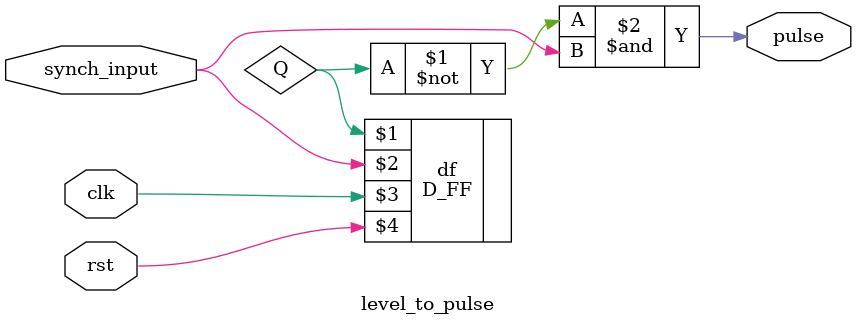
<source format=v>
`timescale 1ns / 1ps
module level_to_pulse(
	input synch_input,
	input clk,
	input rst,
	output pulse
    );
	 
	 wire Q;
	 
	 D_FF df(Q, synch_input, clk, rst);
	 and a(pulse ,~Q, synch_input);


endmodule

</source>
